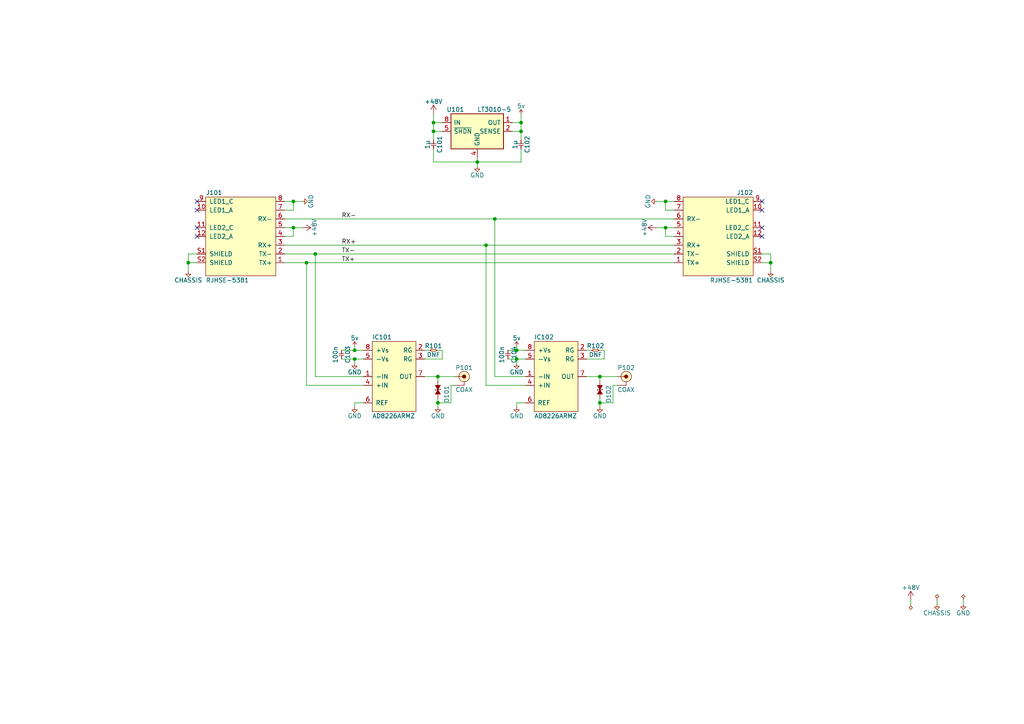
<source format=kicad_sch>
(kicad_sch (version 20230121) (generator eeschema)
  (paper "A4")
  (title_block (title "DAQnet Interposer") (date "2018-12-01") (rev "1") (comment 1 "Drawn by: Adam Greig"))
  (lib_symbols
    (symbol "interposer-rescue:5v-agg" (power) (pin_numbers hide) (pin_names (offset 1.016) hide)
      (property "Value" "5v-agg" (at 0 2.286 0))
      (symbol "5v-agg_0_1"
        (polyline (pts (xy 0 1.27) (xy 0.508 0.508)))
        (polyline (pts (xy 0 0) (xy 0 1.27) (xy -0.508 0.508)))
      )
      (symbol "5v-agg_1_1"
        (pin power_in line (at 0 0 180) (length 0) hide (name "5v") (number "1"))
      )
    )
    (symbol "interposer-rescue:AD8226-agg" (pin_names (offset 1.016))
      (property "Reference" "IC" (at -5.08 11.43 0))
      (property "Value" "agg_AD8226" (at -5.08 -11.43 0))
      (symbol "AD8226-agg_0_1"
        (rectangle (start -5.08 10.16) (end 7.62 -10.16) (fill (type background)))
      )
      (symbol "AD8226-agg_1_1"
        (pin input line (at -7.62 0 0) (length 2.54) (name "-IN") (number "1"))
        (pin passive line (at 10.16 7.62 180) (length 2.54) (name "RG") (number "2"))
        (pin passive line (at 10.16 5.08 180) (length 2.54) (name "RG") (number "3"))
        (pin input line (at -7.62 -2.54 0) (length 2.54) (name "+IN") (number "4"))
        (pin power_in line (at -7.62 5.08 0) (length 2.54) (name "-Vs") (number "5"))
        (pin input line (at -7.62 -7.62 0) (length 2.54) (name "REF") (number "6"))
        (pin output line (at 10.16 0 180) (length 2.54) (name "OUT") (number "7"))
        (pin power_in line (at -7.62 7.62 0) (length 2.54) (name "+Vs") (number "8"))
      )
    )
    (symbol "interposer-rescue:C-agg" (pin_numbers hide) (pin_names (offset 1.016) hide)
      (property "Reference" "C" (at 1.27 1.778 0))
      (property "Value" "agg_C" (at 1.27 -1.778 0))
      (symbol "C-agg_0_1"
        (polyline (pts (xy 1.016 0.762) (xy 1.016 -0.762)))
        (polyline (pts (xy 1.524 0.762) (xy 1.524 -0.762)))
      )
      (symbol "C-agg_1_1"
        (pin passive line (at 0 0 0) (length 1.016) (name "~") (number "1"))
        (pin passive line (at 2.54 0 180) (length 1.016) (name "~") (number "2"))
      )
    )
    (symbol "interposer-rescue:CHASSIS-agg" (power) (pin_numbers hide) (pin_names (offset 1.016) hide)
      (property "Value" "CHASSIS-agg" (at 0 -2.54 0))
      (symbol "CHASSIS-agg_0_1"
        (polyline (pts (xy 0 0) (xy 0 -0.762)))
        (polyline (pts (xy -0.762 -0.762) (xy 0.762 -0.762) (xy 0 -1.524) (xy -0.762 -0.762)) (fill (type background)))
      )
      (symbol "CHASSIS-agg_1_1"
        (pin power_in line (at 0 0 180) (length 0) hide (name "CHASSIS") (number "1"))
      )
    )
    (symbol "interposer-rescue:COAX-agg" (pin_numbers hide) (pin_names (offset 1.016) hide)
      (property "Reference" "P" (at 0 2.54 0))
      (property "Value" "agg_COAX" (at 0 -3.81 0))
      (symbol "COAX-agg_0_1"
        (polyline (pts (xy 0 -1.524) (xy 0 -2.54)))
        (circle (center 0 0) (radius 0.508) (fill (type outline)))
        (circle (center 0 0) (radius 1.524) (fill (type background)))
      )
      (symbol "COAX-agg_1_1"
        (pin bidirectional line (at -2.54 0 0) (length 2.54) (name "RF") (number "1"))
        (pin power_in line (at -2.54 -2.54 0) (length 2.54) (name "GND") (number "2"))
      )
    )
    (symbol "interposer-rescue:ESD_DIODE-agg" (pin_numbers hide) (pin_names (offset 0) hide)
      (property "Reference" "D" (at -1.27 2.54 0))
      (symbol "ESD_DIODE-agg_0_1"
        (polyline (pts (xy 0 -0.762) (xy 0.254 -0.762)))
        (polyline (pts (xy 0 0.762) (xy -0.254 0.762)))
        (polyline (pts (xy 0 0.762) (xy 0 -0.762)))
        (polyline (pts (xy 0 0) (xy -1.27 0.762) (xy -1.27 -0.762) (xy 0 0)) (fill (type outline)))
        (polyline (pts (xy 0 0) (xy 1.27 0.762) (xy 1.27 -0.762) (xy 0 0)) (fill (type outline)))
      )
      (symbol "ESD_DIODE-agg_1_1"
        (pin passive line (at -2.54 0 0) (length 1.27) (name "1") (number "1"))
        (pin passive line (at 2.54 0 180) (length 1.27) (name "2") (number "2"))
      )
    )
    (symbol "interposer-rescue:GND-agg" (power) (pin_numbers hide) (pin_names (offset 1.016) hide)
      (property "Value" "GND-agg" (at 0 -2.54 0))
      (symbol "GND-agg_0_1"
        (polyline (pts (xy 0 0) (xy 0 -0.762)))
        (polyline (pts (xy -0.762 -0.762) (xy 0.762 -0.762) (xy 0 -1.524) (xy -0.762 -0.762)) (fill (type background)))
      )
      (symbol "GND-agg_1_1"
        (pin power_in line (at 0 0 180) (length 0) hide (name "GND") (number "1"))
      )
    )
    (symbol "interposer-rescue:LT3010-5-Regulator_Linear" (pin_names (offset 0.762))
      (property "Reference" "U" (at -6.35 6.35 0))
      (property "Value" "Regulator_Linear_LT3010-5" (at 0 6.35 0))
      (symbol "LT3010-5-Regulator_Linear_0_1"
        (rectangle (start -7.62 5.08) (end 7.62 -5.08) (stroke (width 0.254)) (fill (type background)))
      )
      (symbol "LT3010-5-Regulator_Linear_1_1"
        (pin power_out line (at 10.16 2.54 180) (length 2.54) (name "OUT") (number "1"))
        (pin passive line (at 10.16 0 180) (length 2.54) (name "SENSE") (number "2"))
        (pin no_connect line (at -10.16 -2.54 0) (length 2.54) hide (name "NC") (number "3"))
        (pin power_in line (at 0 -7.62 90) (length 2.54) (name "GND") (number "4"))
        (pin input line (at -10.16 0 0) (length 2.54) (name "~{SHDN}") (number "5"))
        (pin no_connect line (at 10.16 -2.54 180) (length 2.54) hide (name "NC") (number "6"))
        (pin no_connect line (at 2.54 -7.62 90) (length 2.54) hide (name "NC") (number "7"))
        (pin power_in line (at -10.16 2.54 0) (length 2.54) (name "IN") (number "8"))
        (pin passive line (at 0 -7.62 90) (length 2.54) hide (name "GND") (number "9"))
      )
    )
    (symbol "interposer-rescue:PWR-agg" (power) (pin_numbers hide) (pin_names (offset 1.016) hide)
      (property "Value" "PWR-agg" (at 0 2.286 0))
      (symbol "PWR-agg_0_1"
        (polyline (pts (xy 0 0.508) (xy -0.508 1.016) (xy 0 1.524) (xy 0.508 1.016) (xy 0 0.508)) (fill (type background)))
      )
      (symbol "PWR-agg_1_1"
        (pin power_out line (at 0 0 90) (length 0.508) (name "pwr") (number "1"))
      )
    )
    (symbol "interposer-rescue:R-agg" (pin_numbers hide) (pin_names (offset 1.016) hide)
      (property "Reference" "R" (at 1.27 1.27 0))
      (property "Value" "agg_R" (at 1.27 -1.27 0))
      (symbol "R-agg_0_1"
        (rectangle (start 0.508 0.254) (end 2.032 -0.254) (fill (type background)))
      )
      (symbol "R-agg_1_1"
        (pin passive line (at 0 0 0) (length 0.508) (name "~") (number "1"))
        (pin passive line (at 2.54 0 180) (length 0.508) (name "~") (number "2"))
      )
    )
    (symbol "interposer-rescue:RJHSE-538x-agg" (pin_names (offset 1.016))
      (property "Reference" "J" (at -10.16 12.7 0))
      (property "Value" "agg_RJHSE-538x" (at -10.16 -12.7 0))
      (symbol "RJHSE-538x-agg_0_0"
        (pin passive line (at 12.7 -7.62 180) (length 2.54) (name "TX+") (number "1"))
        (pin passive line (at -12.7 7.62 0) (length 2.54) (name "LED1_A") (number "10"))
        (pin passive line (at -12.7 2.54 0) (length 2.54) (name "LED2_C") (number "11"))
        (pin passive line (at -12.7 0 0) (length 2.54) (name "LED2_A") (number "12"))
        (pin passive line (at 12.7 -5.08 180) (length 2.54) (name "TX-") (number "2"))
        (pin passive line (at 12.7 -2.54 180) (length 2.54) (name "RX+") (number "3"))
        (pin passive line (at 12.7 0 180) (length 2.54) (name "~") (number "4"))
        (pin passive line (at 12.7 2.54 180) (length 2.54) (name "~") (number "5"))
        (pin passive line (at 12.7 5.08 180) (length 2.54) (name "RX-") (number "6"))
        (pin passive line (at 12.7 7.62 180) (length 2.54) (name "~") (number "7"))
        (pin passive line (at 12.7 10.16 180) (length 2.54) (name "~") (number "8"))
        (pin passive line (at -12.7 10.16 0) (length 2.54) (name "LED1_C") (number "9"))
        (pin passive line (at -12.7 -5.08 0) (length 2.54) (name "SHIELD") (number "S1"))
        (pin passive line (at -12.7 -7.62 0) (length 2.54) (name "SHIELD") (number "S2"))
      )
      (symbol "RJHSE-538x-agg_0_1"
        (rectangle (start -10.16 11.43) (end 10.16 -11.43) (fill (type background)))
      )
    )
    (symbol "power:+48V" (power) (pin_names (offset 0))
      (property "Value" "+48V" (at 0 3.556 0))
      (symbol "+48V_0_1"
        (polyline (pts (xy -0.762 1.27) (xy 0 2.54)))
        (polyline (pts (xy 0 0) (xy 0 2.54)))
        (polyline (pts (xy 0 2.54) (xy 0.762 1.27)))
      )
      (symbol "+48V_1_1"
        (pin power_in line (at 0 0 90) (length 0) hide (name "+48V") (number "1"))
      )
    )
  )
  (junction (at 223.52 76.2))
  (junction (at 91.44 73.66))
  (junction (at 140.97 71.12))
  (junction (at 149.86 101.6))
  (junction (at 127 116.84))
  (junction (at 127 109.22))
  (junction (at 173.99 116.84))
  (junction (at 193.04 66.04))
  (junction (at 102.87 104.14))
  (junction (at 138.43 46.99))
  (junction (at 193.04 58.42))
  (junction (at 125.73 35.56))
  (junction (at 85.09 58.42))
  (junction (at 125.73 38.1))
  (junction (at 151.13 38.1))
  (junction (at 54.61 76.2))
  (junction (at 85.09 66.04))
  (junction (at 143.51 63.5))
  (junction (at 173.99 109.22))
  (junction (at 151.13 35.56))
  (junction (at 149.86 104.14))
  (junction (at 102.87 101.6))
  (junction (at 88.9 76.2))
  (no_connect (at 57.15 60.96))
  (no_connect (at 57.15 68.58))
  (no_connect (at 57.15 58.42))
  (no_connect (at 220.98 66.04))
  (no_connect (at 220.98 68.58))
  (no_connect (at 220.98 58.42))
  (no_connect (at 57.15 66.04))
  (no_connect (at 220.98 60.96))
  (wire (pts (xy 128.27 101.6) (xy 127 101.6)))
  (wire (pts (xy 152.4 109.22) (xy 143.51 109.22)))
  (wire (pts (xy 193.04 68.58) (xy 193.04 66.04)))
  (wire (pts (xy 85.09 58.42) (xy 82.55 58.42)))
  (wire (pts (xy 102.87 116.84) (xy 105.41 116.84)))
  (wire (pts (xy 179.07 109.22) (xy 173.99 109.22)))
  (wire (pts (xy 82.55 63.5) (xy 143.51 63.5)))
  (wire (pts (xy 173.99 101.6) (xy 175.26 101.6)))
  (wire (pts (xy 102.87 100.33) (xy 102.87 101.6)))
  (wire (pts (xy 148.59 38.1) (xy 151.13 38.1)))
  (wire (pts (xy 128.27 104.14) (xy 128.27 101.6)))
  (wire (pts (xy 223.52 76.2) (xy 223.52 73.66)))
  (wire (pts (xy 223.52 73.66) (xy 220.98 73.66)))
  (wire (pts (xy 88.9 111.76) (xy 88.9 76.2)))
  (wire (pts (xy 127 109.22) (xy 132.08 109.22)))
  (wire (pts (xy 140.97 71.12) (xy 195.58 71.12)))
  (wire (pts (xy 151.13 43.18) (xy 151.13 46.99)))
  (wire (pts (xy 130.81 111.76) (xy 132.08 111.76)))
  (wire (pts (xy 143.51 63.5) (xy 195.58 63.5)))
  (wire (pts (xy 54.61 78.74) (xy 54.61 76.2)))
  (wire (pts (xy 175.26 104.14) (xy 170.18 104.14)))
  (wire (pts (xy 175.26 101.6) (xy 175.26 104.14)))
  (wire (pts (xy 85.09 68.58) (xy 85.09 66.04)))
  (wire (pts (xy 125.73 38.1) (xy 128.27 38.1)))
  (wire (pts (xy 87.63 58.42) (xy 85.09 58.42)))
  (wire (pts (xy 149.86 104.14) (xy 149.86 105.41)))
  (wire (pts (xy 195.58 60.96) (xy 193.04 60.96)))
  (wire (pts (xy 54.61 76.2) (xy 54.61 73.66)))
  (wire (pts (xy 105.41 109.22) (xy 91.44 109.22)))
  (wire (pts (xy 140.97 111.76) (xy 140.97 71.12)))
  (wire (pts (xy 82.55 71.12) (xy 140.97 71.12)))
  (wire (pts (xy 151.13 35.56) (xy 151.13 33.02)))
  (wire (pts (xy 57.15 76.2) (xy 54.61 76.2)))
  (wire (pts (xy 190.5 66.04) (xy 193.04 66.04)))
  (wire (pts (xy 151.13 46.99) (xy 138.43 46.99)))
  (wire (pts (xy 173.99 110.49) (xy 173.99 109.22)))
  (wire (pts (xy 85.09 66.04) (xy 82.55 66.04)))
  (wire (pts (xy 177.8 111.76) (xy 179.07 111.76)))
  (wire (pts (xy 127 116.84) (xy 127 115.57)))
  (wire (pts (xy 91.44 73.66) (xy 195.58 73.66)))
  (wire (pts (xy 190.5 58.42) (xy 193.04 58.42)))
  (wire (pts (xy 102.87 105.41) (xy 102.87 104.14)))
  (wire (pts (xy 87.63 66.04) (xy 85.09 66.04)))
  (wire (pts (xy 102.87 118.11) (xy 102.87 116.84)))
  (wire (pts (xy 82.55 68.58) (xy 85.09 68.58)))
  (wire (pts (xy 123.19 104.14) (xy 128.27 104.14)))
  (wire (pts (xy 123.19 109.22) (xy 127 109.22)))
  (wire (pts (xy 193.04 58.42) (xy 195.58 58.42)))
  (wire (pts (xy 173.99 116.84) (xy 177.8 116.84)))
  (wire (pts (xy 82.55 60.96) (xy 85.09 60.96)))
  (wire (pts (xy 148.59 35.56) (xy 151.13 35.56)))
  (wire (pts (xy 147.32 101.6) (xy 149.86 101.6)))
  (wire (pts (xy 54.61 73.66) (xy 57.15 73.66)))
  (wire (pts (xy 130.81 116.84) (xy 130.81 111.76)))
  (wire (pts (xy 123.19 101.6) (xy 124.46 101.6)))
  (wire (pts (xy 85.09 60.96) (xy 85.09 58.42)))
  (wire (pts (xy 143.51 109.22) (xy 143.51 63.5)))
  (wire (pts (xy 193.04 60.96) (xy 193.04 58.42)))
  (wire (pts (xy 152.4 104.14) (xy 149.86 104.14)))
  (wire (pts (xy 147.32 104.14) (xy 149.86 104.14)))
  (wire (pts (xy 223.52 76.2) (xy 223.52 78.74)))
  (wire (pts (xy 177.8 116.84) (xy 177.8 111.76)))
  (wire (pts (xy 173.99 115.57) (xy 173.99 116.84)))
  (wire (pts (xy 102.87 101.6) (xy 105.41 101.6)))
  (wire (pts (xy 138.43 46.99) (xy 138.43 45.72)))
  (wire (pts (xy 91.44 109.22) (xy 91.44 73.66)))
  (wire (pts (xy 102.87 104.14) (xy 105.41 104.14)))
  (wire (pts (xy 105.41 111.76) (xy 88.9 111.76)))
  (wire (pts (xy 99.06 104.14) (xy 102.87 104.14)))
  (wire (pts (xy 271.78 173.99) (xy 271.78 175.26)))
  (wire (pts (xy 138.43 48.26) (xy 138.43 46.99)))
  (wire (pts (xy 170.18 101.6) (xy 171.45 101.6)))
  (wire (pts (xy 152.4 111.76) (xy 140.97 111.76)))
  (wire (pts (xy 125.73 43.18) (xy 125.73 46.99)))
  (wire (pts (xy 195.58 68.58) (xy 193.04 68.58)))
  (wire (pts (xy 149.86 101.6) (xy 152.4 101.6)))
  (wire (pts (xy 149.86 118.11) (xy 149.86 116.84)))
  (wire (pts (xy 149.86 100.33) (xy 149.86 101.6)))
  (wire (pts (xy 127 110.49) (xy 127 109.22)))
  (wire (pts (xy 220.98 76.2) (xy 223.52 76.2)))
  (wire (pts (xy 149.86 116.84) (xy 152.4 116.84)))
  (wire (pts (xy 127 118.11) (xy 127 116.84)))
  (wire (pts (xy 195.58 76.2) (xy 88.9 76.2)))
  (wire (pts (xy 88.9 76.2) (xy 82.55 76.2)))
  (wire (pts (xy 151.13 38.1) (xy 151.13 35.56)))
  (wire (pts (xy 99.06 101.6) (xy 102.87 101.6)))
  (wire (pts (xy 173.99 118.11) (xy 173.99 116.84)))
  (wire (pts (xy 127 116.84) (xy 130.81 116.84)))
  (wire (pts (xy 125.73 35.56) (xy 125.73 38.1)))
  (wire (pts (xy 151.13 40.64) (xy 151.13 38.1)))
  (wire (pts (xy 125.73 46.99) (xy 138.43 46.99)))
  (wire (pts (xy 82.55 73.66) (xy 91.44 73.66)))
  (wire (pts (xy 173.99 109.22) (xy 170.18 109.22)))
  (wire (pts (xy 125.73 35.56) (xy 128.27 35.56)))
  (wire (pts (xy 193.04 66.04) (xy 195.58 66.04)))
  (wire (pts (xy 264.16 175.26) (xy 264.16 173.99)))
  (wire (pts (xy 125.73 33.02) (xy 125.73 35.56)))
  (wire (pts (xy 125.73 40.64) (xy 125.73 38.1)))
  (wire (pts (xy 279.4 173.99) (xy 279.4 175.26)))
  (label "TX-" (at 99.06 73.66 0))
  (label "RX+" (at 99.06 71.12 0))
  (label "TX+" (at 99.06 76.2 0))
  (label "RX-" (at 99.06 63.5 0))
  (symbol (lib_id "interposer-rescue:RJHSE-538x-agg") (at 69.85 68.58 0) (unit 1)
    (property "Reference" "J101" (at 59.69 55.88 0) (effects (justify left)))
    (property "Value" "RJHSE-5381" (at 59.69 81.28 0) (effects (justify left)))
    (property "Footprint" "agg:RJHSE-538X" (effects hide))
    (property "RS" "257-8785" (effects hide))
  )
  (symbol (lib_id "interposer-rescue:RJHSE-538x-agg") (at 208.28 68.58 0) (mirror y) (unit 1)
    (property "Reference" "J102" (at 218.44 55.88 0) (effects (justify left)))
    (property "Value" "RJHSE-5381" (at 218.44 81.28 0) (effects (justify left)))
    (property "Footprint" "agg:RJHSE-538X" (effects hide))
    (property "RS" "257-8785" (effects hide))
  )
  (symbol (lib_id "interposer-rescue:R-agg") (at 124.46 101.6 0) (unit 1)
    (property "Reference" "R101" (at 125.73 100.33 0))
    (property "Value" "DNF" (at 125.73 102.87 0))
    (property "Footprint" "agg:0402" (effects hide))
  )
  (symbol (lib_id "interposer-rescue:AD8226-agg") (at 113.03 109.22 0) (unit 1)
    (property "Reference" "IC101" (at 107.95 97.79 0) (effects (justify left)))
    (property "Value" "AD8226ARMZ" (at 107.95 120.65 0) (effects (justify left)))
    (property "Footprint" "agg:MSOP-8" (effects hide))
    (property "RS" "759-1288" (effects hide))
  )
  (symbol (lib_id "interposer-rescue:COAX-agg") (at 181.61 109.22 0) (unit 1)
    (property "Reference" "P102" (at 181.61 106.68 0))
    (property "Value" "COAX" (at 181.61 113.03 0))
    (property "Footprint" "agg:SMA-EDGE" (effects hide))
  )
  (symbol (lib_id "interposer-rescue:COAX-agg") (at 134.62 109.22 0) (unit 1)
    (property "Reference" "P101" (at 134.62 106.68 0))
    (property "Value" "COAX" (at 134.62 113.03 0))
    (property "Footprint" "agg:SMA-EDGE" (effects hide))
  )
  (symbol (lib_id "interposer-rescue:ESD_DIODE-agg") (at 173.99 113.03 270) (unit 1)
    (property "Reference" "D102" (at 176.53 111.76 0) (effects (justify left)))
    (property "Value" "ESD_DIODE" (effects hide))
    (property "Footprint" "agg:0402" (effects hide))
    (property "Farnell" "2368169" (effects hide))
  )
  (symbol (lib_id "interposer-rescue:ESD_DIODE-agg") (at 127 113.03 270) (unit 1)
    (property "Reference" "D101" (at 129.54 111.76 0) (effects (justify left)))
    (property "Value" "ESD_DIODE" (effects hide))
    (property "Footprint" "agg:0402" (effects hide))
    (property "RS" "794-7990" (effects hide))
  )
  (symbol (lib_id "interposer-rescue:R-agg") (at 171.45 101.6 0) (unit 1)
    (property "Reference" "R102" (at 172.72 100.33 0))
    (property "Value" "DNF" (at 172.72 102.87 0))
    (property "Footprint" "agg:0402" (effects hide))
  )
  (symbol (lib_id "interposer-rescue:CHASSIS-agg") (at 54.61 78.74 0) (unit 1)
    (property "Reference" "#PWR0101" (effects hide))
    (property "Value" "CHASSIS" (at 54.61 81.28 0))
  )
  (symbol (lib_id "interposer-rescue:CHASSIS-agg") (at 223.52 78.74 0) (unit 1)
    (property "Reference" "#PWR0102" (effects hide))
    (property "Value" "CHASSIS" (at 223.52 81.28 0))
  )
  (symbol (lib_id "power:+48V") (at 87.63 66.04 270) (unit 1)
    (property "Reference" "#PWR0103" (effects hide))
    (property "Value" "+48V" (at 91.186 66.04 0))
  )
  (symbol (lib_id "interposer-rescue:GND-agg") (at 87.63 58.42 90) (unit 1)
    (property "Reference" "#PWR0104" (effects hide))
    (property "Value" "GND" (at 90.17 58.42 0))
  )
  (symbol (lib_id "power:+48V") (at 190.5 66.04 90) (unit 1)
    (property "Reference" "#PWR0105" (effects hide))
    (property "Value" "+48V" (at 186.944 66.04 0))
  )
  (symbol (lib_id "interposer-rescue:GND-agg") (at 190.5 58.42 270) (unit 1)
    (property "Reference" "#PWR0106" (effects hide))
    (property "Value" "GND" (at 187.96 58.42 0))
  )
  (symbol (lib_id "interposer-rescue:GND-agg") (at 127 118.11 0) (unit 1)
    (property "Reference" "#PWR0107" (effects hide))
    (property "Value" "GND" (at 127 120.65 0))
  )
  (symbol (lib_id "interposer-rescue:GND-agg") (at 173.99 118.11 0) (unit 1)
    (property "Reference" "#PWR0108" (effects hide))
    (property "Value" "GND" (at 173.99 120.65 0))
  )
  (symbol (lib_id "interposer-rescue:GND-agg") (at 102.87 105.41 0) (unit 1)
    (property "Reference" "#PWR0109" (effects hide))
    (property "Value" "GND" (at 102.87 107.95 0))
  )
  (symbol (lib_id "interposer-rescue:GND-agg") (at 149.86 105.41 0) (unit 1)
    (property "Reference" "#PWR0110" (effects hide))
    (property "Value" "GND" (at 149.86 107.95 0))
  )
  (symbol (lib_id "interposer-rescue:GND-agg") (at 102.87 118.11 0) (unit 1)
    (property "Reference" "#PWR0111" (effects hide))
    (property "Value" "GND" (at 102.87 120.65 0))
  )
  (symbol (lib_id "interposer-rescue:GND-agg") (at 149.86 118.11 0) (unit 1)
    (property "Reference" "#PWR0112" (effects hide))
    (property "Value" "GND" (at 149.86 120.65 0))
  )
  (symbol (lib_id "interposer-rescue:AD8226-agg") (at 160.02 109.22 0) (unit 1)
    (property "Reference" "IC102" (at 154.94 97.79 0) (effects (justify left)))
    (property "Value" "AD8226ARMZ" (at 154.94 120.65 0) (effects (justify left)))
    (property "Footprint" "agg:MSOP-8" (effects hide))
    (property "RS" "759-1288" (effects hide))
  )
  (symbol (lib_id "interposer-rescue:LT3010-5-Regulator_Linear") (at 138.43 38.1 0) (unit 1)
    (property "Reference" "U101" (at 132.08 31.75 0))
    (property "Value" "LT3010-5" (at 138.43 31.75 0) (effects (justify left)))
    (property "Footprint" "Package_SO:MSOP-8-1EP_3x3mm_P0.65mm_EP1.68x1.88mm" (effects hide))
    (property "Datasheet" "http://cds.linear.com/docs/en/datasheet/30105fe.pdf" (effects hide))
    (property "RS" "761-8591" (effects hide))
  )
  (symbol (lib_id "power:+48V") (at 125.73 33.02 0) (unit 1)
    (property "Reference" "#PWR0113" (effects hide))
    (property "Value" "+48V" (at 125.73 29.464 0))
  )
  (symbol (lib_id "interposer-rescue:5v-agg") (at 151.13 33.02 0) (unit 1)
    (property "Reference" "#PWR0114" (effects hide))
    (property "Value" "5v" (at 151.13 30.734 0))
  )
  (symbol (lib_id "interposer-rescue:GND-agg") (at 138.43 48.26 0) (unit 1)
    (property "Reference" "#PWR0115" (effects hide))
    (property "Value" "GND" (at 138.43 50.8 0))
  )
  (symbol (lib_id "interposer-rescue:C-agg") (at 125.73 40.64 270) (unit 1)
    (property "Reference" "C101" (at 127.508 41.91 0))
    (property "Value" "1µ" (at 123.952 41.91 0))
    (property "Footprint" "agg:0805" (effects hide))
  )
  (symbol (lib_id "interposer-rescue:C-agg") (at 151.13 40.64 270) (unit 1)
    (property "Reference" "C102" (at 152.908 41.91 0))
    (property "Value" "1µ" (at 149.352 41.91 0))
    (property "Footprint" "agg:0805" (effects hide))
  )
  (symbol (lib_id "interposer-rescue:5v-agg") (at 102.87 100.33 0) (unit 1)
    (property "Reference" "#PWR0116" (effects hide))
    (property "Value" "5v" (at 102.87 98.044 0))
  )
  (symbol (lib_id "interposer-rescue:5v-agg") (at 149.86 100.33 0) (unit 1)
    (property "Reference" "#PWR0117" (effects hide))
    (property "Value" "5v" (at 149.86 98.044 0))
  )
  (symbol (lib_id "interposer-rescue:GND-agg") (at 279.4 175.26 0) (unit 1)
    (property "Reference" "#PWR0118" (effects hide))
    (property "Value" "GND" (at 279.4 177.8 0))
  )
  (symbol (lib_id "interposer-rescue:PWR-agg") (at 279.4 173.99 0) (unit 1)
    (property "Reference" "#FLG0101" (effects hide))
    (property "Value" "PWR" (effects hide))
  )
  (symbol (lib_id "interposer-rescue:CHASSIS-agg") (at 271.78 175.26 0) (unit 1)
    (property "Reference" "#PWR0119" (effects hide))
    (property "Value" "CHASSIS" (at 271.78 177.8 0))
  )
  (symbol (lib_id "interposer-rescue:PWR-agg") (at 271.78 173.99 0) (unit 1)
    (property "Reference" "#FLG0102" (effects hide))
    (property "Value" "PWR" (effects hide))
  )
  (symbol (lib_id "power:+48V") (at 264.16 173.99 0) (unit 1)
    (property "Reference" "#PWR0120" (effects hide))
    (property "Value" "+48V" (at 264.16 170.434 0))
  )
  (symbol (lib_id "interposer-rescue:PWR-agg") (at 264.16 175.26 180) (unit 1)
    (property "Reference" "#FLG0103" (effects hide))
    (property "Value" "PWR" (effects hide))
  )
  (symbol (lib_id "interposer-rescue:C-agg") (at 99.06 101.6 270) (unit 1)
    (property "Reference" "C103" (at 100.838 102.87 0))
    (property "Value" "100n" (at 97.282 102.87 0))
    (property "Footprint" "agg:0402" (effects hide))
  )
  (symbol (lib_id "interposer-rescue:C-agg") (at 147.32 101.6 270) (unit 1)
    (property "Reference" "C104" (at 149.098 102.87 0))
    (property "Value" "100n" (at 145.542 102.87 0))
    (property "Footprint" "agg:0402" (effects hide))
  )
)
</source>
